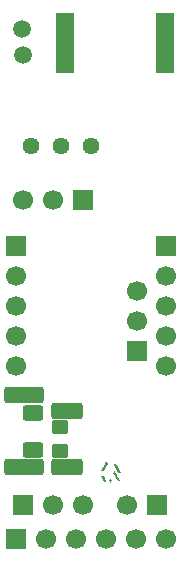
<source format=gbs>
G04 #@! TF.GenerationSoftware,KiCad,Pcbnew,9.0.6*
G04 #@! TF.CreationDate,2026-01-09T20:09:44+00:00*
G04 #@! TF.ProjectId,ExtendedRangeSupply,45787465-6e64-4656-9452-616e67655375,rev?*
G04 #@! TF.SameCoordinates,Original*
G04 #@! TF.FileFunction,Soldermask,Bot*
G04 #@! TF.FilePolarity,Negative*
%FSLAX46Y46*%
G04 Gerber Fmt 4.6, Leading zero omitted, Abs format (unit mm)*
G04 Created by KiCad (PCBNEW 9.0.6) date 2026-01-09 20:09:44*
%MOMM*%
%LPD*%
G01*
G04 APERTURE LIST*
G04 Aperture macros list*
%AMRoundRect*
0 Rectangle with rounded corners*
0 $1 Rounding radius*
0 $2 $3 $4 $5 $6 $7 $8 $9 X,Y pos of 4 corners*
0 Add a 4 corners polygon primitive as box body*
4,1,4,$2,$3,$4,$5,$6,$7,$8,$9,$2,$3,0*
0 Add four circle primitives for the rounded corners*
1,1,$1+$1,$2,$3*
1,1,$1+$1,$4,$5*
1,1,$1+$1,$6,$7*
1,1,$1+$1,$8,$9*
0 Add four rect primitives between the rounded corners*
20,1,$1+$1,$2,$3,$4,$5,0*
20,1,$1+$1,$4,$5,$6,$7,0*
20,1,$1+$1,$6,$7,$8,$9,0*
20,1,$1+$1,$8,$9,$2,$3,0*%
G04 Aperture macros list end*
%ADD10C,0.000000*%
%ADD11C,1.700000*%
%ADD12R,1.700000X1.700000*%
%ADD13R,1.500000X5.080000*%
%ADD14C,1.500000*%
%ADD15C,1.440000*%
%ADD16RoundRect,0.249999X1.425001X-0.450001X1.425001X0.450001X-1.425001X0.450001X-1.425001X-0.450001X0*%
%ADD17RoundRect,0.250000X0.450000X-0.350000X0.450000X0.350000X-0.450000X0.350000X-0.450000X-0.350000X0*%
%ADD18RoundRect,0.249999X1.075001X-0.450001X1.075001X0.450001X-1.075001X0.450001X-1.075001X-0.450001X0*%
%ADD19RoundRect,0.250000X0.625000X-0.400000X0.625000X0.400000X-0.625000X0.400000X-0.625000X-0.400000X0*%
G04 APERTURE END LIST*
D10*
G36*
X131400334Y-106246613D02*
G01*
X131456347Y-106343931D01*
X131446869Y-106362493D01*
X131444270Y-106367389D01*
X131435368Y-106383462D01*
X131422404Y-106406405D01*
X131406680Y-106433919D01*
X131389501Y-106463705D01*
X131341609Y-106546356D01*
X131327735Y-106520293D01*
X131326841Y-106518627D01*
X131317757Y-106502286D01*
X131304436Y-106478929D01*
X131288526Y-106451423D01*
X131271673Y-106422641D01*
X131266689Y-106414172D01*
X131252041Y-106389148D01*
X131240177Y-106368676D01*
X131232206Y-106354680D01*
X131229239Y-106349086D01*
X131229857Y-106347575D01*
X131235123Y-106337657D01*
X131244882Y-106320146D01*
X131258065Y-106296912D01*
X131273600Y-106269827D01*
X131290418Y-106240761D01*
X131307447Y-106211584D01*
X131323617Y-106184168D01*
X131344321Y-106149294D01*
X131400334Y-106246613D01*
G37*
G36*
X131037274Y-104784402D02*
G01*
X131043448Y-104795101D01*
X131060447Y-104824626D01*
X131075934Y-104851607D01*
X131088407Y-104873431D01*
X131096369Y-104887482D01*
X131110121Y-104912030D01*
X131041181Y-105031493D01*
X131033230Y-105045268D01*
X131010628Y-105084401D01*
X130983995Y-105130486D01*
X130954727Y-105181108D01*
X130924224Y-105233848D01*
X130893882Y-105286289D01*
X130865099Y-105336016D01*
X130757956Y-105521075D01*
X130639450Y-105522031D01*
X130633289Y-105522078D01*
X130597665Y-105522261D01*
X130566810Y-105522268D01*
X130542532Y-105522109D01*
X130526640Y-105521796D01*
X130520940Y-105521338D01*
X130523754Y-105516115D01*
X130532211Y-105501162D01*
X130545927Y-105477153D01*
X130564514Y-105444758D01*
X130587588Y-105404647D01*
X130614760Y-105357492D01*
X130645644Y-105303960D01*
X130679854Y-105244724D01*
X130717004Y-105180452D01*
X130756706Y-105111814D01*
X130798573Y-105039481D01*
X130842221Y-104964123D01*
X130887261Y-104886410D01*
X130991930Y-104705869D01*
X131037274Y-104784402D01*
G37*
G36*
X130757956Y-105940274D02*
G01*
X130868964Y-106133072D01*
X130869989Y-106134852D01*
X130895211Y-106178862D01*
X130918482Y-106219837D01*
X130939124Y-106256552D01*
X130956457Y-106287783D01*
X130969802Y-106312307D01*
X130978479Y-106328901D01*
X130981809Y-106336340D01*
X130979852Y-106343804D01*
X130972678Y-106360080D01*
X130961157Y-106383095D01*
X130946219Y-106410998D01*
X130928792Y-106441938D01*
X130909865Y-106474645D01*
X130892731Y-106503839D01*
X130880221Y-106524462D01*
X130871662Y-106537532D01*
X130866381Y-106544069D01*
X130863706Y-106545090D01*
X130862964Y-106541615D01*
X130862588Y-106540329D01*
X130859332Y-106533483D01*
X130852545Y-106520664D01*
X130841999Y-106501472D01*
X130827465Y-106475508D01*
X130808717Y-106442372D01*
X130785524Y-106401664D01*
X130757660Y-106352985D01*
X130724897Y-106295934D01*
X130687006Y-106230112D01*
X130643759Y-106155119D01*
X130594928Y-106070556D01*
X130540286Y-105976022D01*
X130531144Y-105960057D01*
X130523897Y-105947065D01*
X130521069Y-105941519D01*
X130521223Y-105941441D01*
X130528679Y-105940998D01*
X130546034Y-105940627D01*
X130571484Y-105940347D01*
X130603223Y-105940180D01*
X130639446Y-105940146D01*
X130757956Y-105940274D01*
G37*
G36*
X131701909Y-105549777D02*
G01*
X131710059Y-105560341D01*
X131721573Y-105577555D01*
X131736943Y-105602189D01*
X131756662Y-105635010D01*
X131781221Y-105676787D01*
X131811113Y-105728288D01*
X131826708Y-105755272D01*
X131859758Y-105812452D01*
X131896168Y-105875435D01*
X131934205Y-105941228D01*
X131972138Y-106006835D01*
X132008236Y-106069263D01*
X132040768Y-106125517D01*
X132048732Y-106139293D01*
X132074551Y-106184040D01*
X132098323Y-106225363D01*
X132119383Y-106262103D01*
X132137070Y-106293099D01*
X132150723Y-106317193D01*
X132159678Y-106333224D01*
X132163274Y-106340034D01*
X132162446Y-106342835D01*
X132156444Y-106344971D01*
X132143877Y-106346454D01*
X132123386Y-106347383D01*
X132093613Y-106347854D01*
X132053200Y-106347967D01*
X131940049Y-106347882D01*
X131796037Y-106098106D01*
X131770520Y-106053857D01*
X131740863Y-106002453D01*
X131712561Y-105953422D01*
X131686387Y-105908100D01*
X131663113Y-105867826D01*
X131643513Y-105833937D01*
X131628359Y-105807771D01*
X131618423Y-105790666D01*
X131606758Y-105770318D01*
X131595702Y-105750249D01*
X131588423Y-105736074D01*
X131586099Y-105730003D01*
X131588151Y-105725899D01*
X131595589Y-105712363D01*
X131607002Y-105692232D01*
X131621150Y-105667631D01*
X131636790Y-105640688D01*
X131652682Y-105613529D01*
X131667584Y-105588281D01*
X131680254Y-105567072D01*
X131689451Y-105552027D01*
X131693933Y-105545274D01*
X131696631Y-105545096D01*
X131701909Y-105549777D01*
G37*
G36*
X131814039Y-104914000D02*
G01*
X131905003Y-105071482D01*
X131911484Y-105082700D01*
X131936417Y-105125833D01*
X131965755Y-105176556D01*
X131998256Y-105232725D01*
X132032681Y-105292196D01*
X132067787Y-105352825D01*
X132102335Y-105412468D01*
X132135083Y-105468982D01*
X132159908Y-105511823D01*
X132186921Y-105558464D01*
X132211637Y-105601165D01*
X132233436Y-105638853D01*
X132251697Y-105670454D01*
X132265800Y-105694895D01*
X132275123Y-105711102D01*
X132279047Y-105718002D01*
X132279703Y-105719942D01*
X132278021Y-105722557D01*
X132271560Y-105724379D01*
X132258877Y-105725509D01*
X132238528Y-105726050D01*
X132209068Y-105726103D01*
X132169054Y-105725771D01*
X132054215Y-105724539D01*
X132011720Y-105650765D01*
X131972202Y-105582190D01*
X131922198Y-105495527D01*
X131877774Y-105418679D01*
X131838718Y-105351286D01*
X131804822Y-105292990D01*
X131775875Y-105243435D01*
X131751668Y-105202263D01*
X131731991Y-105169116D01*
X131716635Y-105143635D01*
X131705389Y-105125465D01*
X131698044Y-105114246D01*
X131694390Y-105109621D01*
X131689725Y-105103924D01*
X131679774Y-105089170D01*
X131666013Y-105067380D01*
X131649585Y-105040367D01*
X131631631Y-105009946D01*
X131615713Y-104982536D01*
X131600404Y-104956069D01*
X131588252Y-104934948D01*
X131580222Y-104920847D01*
X131577274Y-104915439D01*
X131577422Y-104915360D01*
X131584846Y-104914911D01*
X131602171Y-104914525D01*
X131627595Y-104914225D01*
X131659316Y-104914032D01*
X131695530Y-104913969D01*
X131814039Y-104914000D01*
G37*
D11*
X129040000Y-108400000D03*
X126500000Y-108400000D03*
D12*
X123960000Y-108400000D03*
D13*
X127475000Y-69325000D03*
X135975000Y-69325000D03*
D12*
X123320000Y-86485000D03*
D11*
X123320000Y-89025000D03*
X123320000Y-91565000D03*
X123320000Y-94105000D03*
X123320000Y-96645000D03*
D12*
X136020000Y-86485000D03*
D11*
X136020000Y-89025000D03*
X136020000Y-91565000D03*
X136020000Y-94105000D03*
X136020000Y-96645000D03*
D12*
X123320000Y-111250000D03*
D11*
X125860000Y-111250000D03*
X128400000Y-111250000D03*
X130940000Y-111250000D03*
X133480000Y-111250000D03*
X136020000Y-111250000D03*
D14*
X123881597Y-68118654D03*
D12*
X133560000Y-95410000D03*
D11*
X133560000Y-92870000D03*
X133560000Y-90330000D03*
D12*
X135300000Y-108400000D03*
D11*
X132760000Y-108400000D03*
D15*
X124613399Y-77991232D03*
X127153399Y-77991232D03*
X129693399Y-77991232D03*
D12*
X128992150Y-82612483D03*
D11*
X126452150Y-82612483D03*
X123912150Y-82612483D03*
D14*
X123896879Y-70311183D03*
D16*
X124025000Y-105225000D03*
X124025000Y-99125000D03*
D17*
X127100000Y-103825000D03*
X127100000Y-101825000D03*
D18*
X127625000Y-105225000D03*
X127625000Y-100425000D03*
D19*
X124800000Y-103725000D03*
X124800000Y-100625000D03*
M02*

</source>
